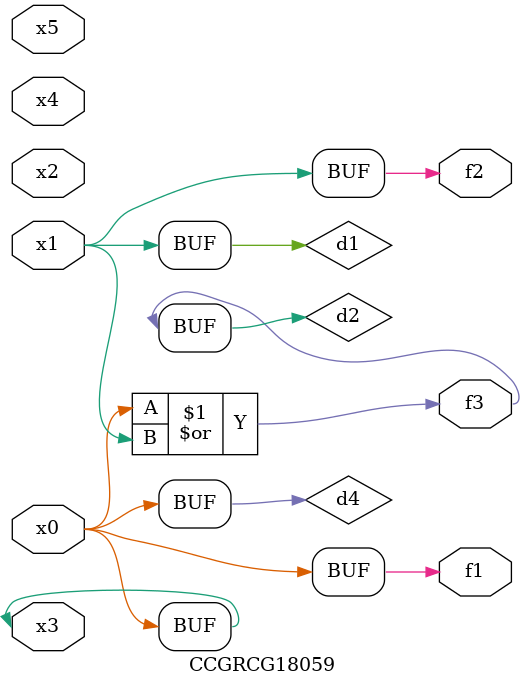
<source format=v>
module CCGRCG18059(
	input x0, x1, x2, x3, x4, x5,
	output f1, f2, f3
);

	wire d1, d2, d3, d4;

	and (d1, x1);
	or (d2, x0, x1);
	nand (d3, x0, x5);
	buf (d4, x0, x3);
	assign f1 = d4;
	assign f2 = d1;
	assign f3 = d2;
endmodule

</source>
